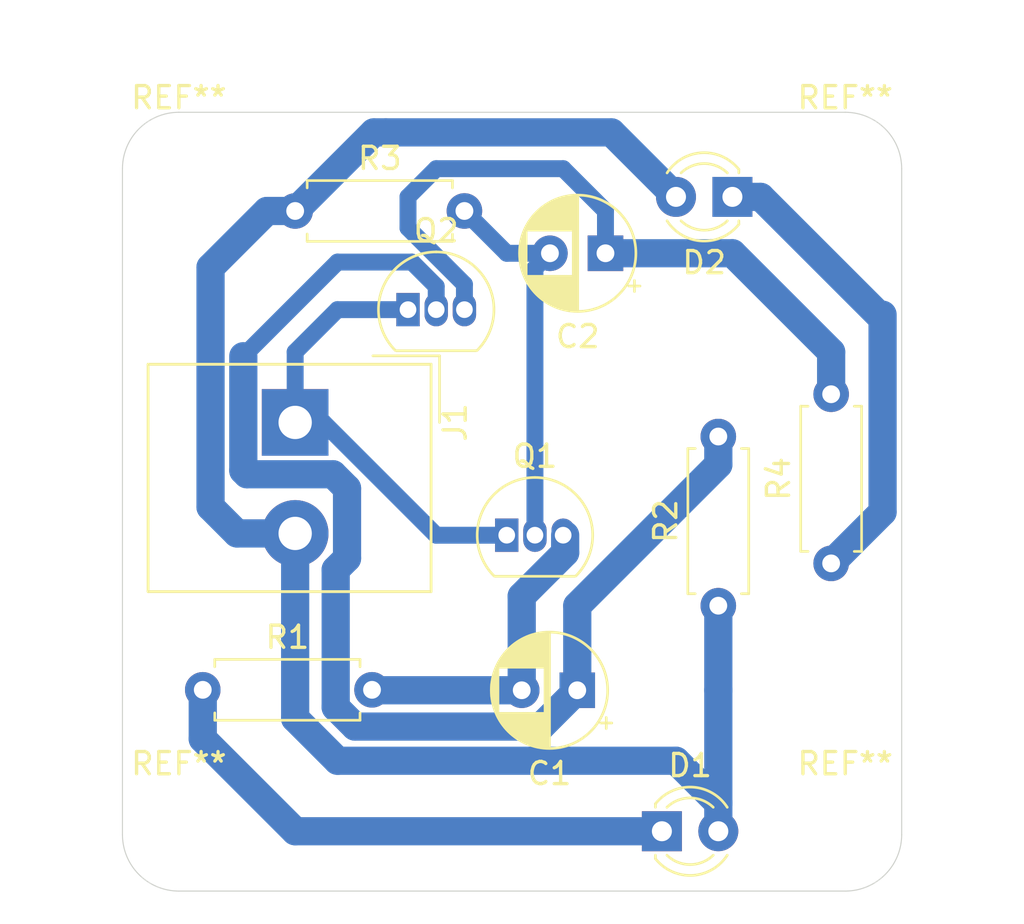
<source format=kicad_pcb>
(kicad_pcb (version 20171130) (host pcbnew "(5.1.8)-1")

  (general
    (thickness 1.8)
    (drawings 8)
    (tracks 66)
    (zones 0)
    (modules 15)
    (nets 9)
  )

  (page A4)
  (layers
    (0 F.Cu signal)
    (31 B.Cu signal)
    (32 B.Adhes user)
    (33 F.Adhes user)
    (34 B.Paste user)
    (35 F.Paste user)
    (36 B.SilkS user)
    (37 F.SilkS user)
    (38 B.Mask user)
    (39 F.Mask user)
    (40 Dwgs.User user)
    (41 Cmts.User user)
    (42 Eco1.User user)
    (43 Eco2.User user)
    (44 Edge.Cuts user)
    (45 Margin user)
    (46 B.CrtYd user)
    (47 F.CrtYd user)
    (48 B.Fab user)
    (49 F.Fab user)
  )

  (setup
    (last_trace_width 0.762)
    (user_trace_width 0.762)
    (user_trace_width 1.27)
    (trace_clearance 0.2)
    (zone_clearance 0.508)
    (zone_45_only no)
    (trace_min 0.2)
    (via_size 0.8)
    (via_drill 0.4)
    (via_min_size 0.4)
    (via_min_drill 0.3)
    (uvia_size 0.3)
    (uvia_drill 0.1)
    (uvias_allowed no)
    (uvia_min_size 0.2)
    (uvia_min_drill 0.1)
    (edge_width 0.05)
    (segment_width 0.2)
    (pcb_text_width 0.3)
    (pcb_text_size 1.5 1.5)
    (mod_edge_width 0.12)
    (mod_text_size 1 1)
    (mod_text_width 0.15)
    (pad_size 1.524 1.524)
    (pad_drill 0.762)
    (pad_to_mask_clearance 0)
    (aux_axis_origin 0 0)
    (grid_origin 124.615 75.565)
    (visible_elements 7FFFFFFF)
    (pcbplotparams
      (layerselection 0x010fc_ffffffff)
      (usegerberextensions true)
      (usegerberattributes true)
      (usegerberadvancedattributes true)
      (creategerberjobfile true)
      (excludeedgelayer true)
      (linewidth 0.100000)
      (plotframeref true)
      (viasonmask false)
      (mode 1)
      (useauxorigin false)
      (hpglpennumber 1)
      (hpglpenspeed 20)
      (hpglpendiameter 15.000000)
      (psnegative false)
      (psa4output false)
      (plotreference false)
      (plotvalue true)
      (plotinvisibletext false)
      (padsonsilk false)
      (subtractmaskfromsilk false)
      (outputformat 1)
      (mirror false)
      (drillshape 0)
      (scaleselection 1)
      (outputdirectory "Gerber_Files/"))
  )

  (net 0 "")
  (net 1 "Net-(C1-Pad1)")
  (net 2 "Net-(C1-Pad2)")
  (net 3 "Net-(C2-Pad2)")
  (net 4 "Net-(C2-Pad1)")
  (net 5 GND)
  (net 6 "Net-(D1-Pad2)")
  (net 7 "Net-(D1-Pad1)")
  (net 8 "Net-(D2-Pad1)")

  (net_class Default "This is the default net class."
    (clearance 0.2)
    (trace_width 0.25)
    (via_dia 0.8)
    (via_drill 0.4)
    (uvia_dia 0.3)
    (uvia_drill 0.1)
    (add_net GND)
    (add_net "Net-(C1-Pad1)")
    (add_net "Net-(C1-Pad2)")
    (add_net "Net-(C2-Pad1)")
    (add_net "Net-(C2-Pad2)")
    (add_net "Net-(D1-Pad1)")
    (add_net "Net-(D1-Pad2)")
    (add_net "Net-(D2-Pad1)")
  )

  (module LED_THT:LED_D3.0mm (layer F.Cu) (tedit 587A3A7B) (tstamp 60F541EB)
    (at 119.535 76.835 180)
    (descr "LED, diameter 3.0mm, 2 pins")
    (tags "LED diameter 3.0mm 2 pins")
    (path /60F645BB)
    (fp_text reference D2 (at 1.27 -2.96) (layer F.SilkS)
      (effects (font (size 1 1) (thickness 0.15)))
    )
    (fp_text value LED (at 1.27 2.96) (layer F.Fab)
      (effects (font (size 1 1) (thickness 0.15)))
    )
    (fp_line (start 3.7 -2.25) (end -1.15 -2.25) (layer F.CrtYd) (width 0.05))
    (fp_line (start 3.7 2.25) (end 3.7 -2.25) (layer F.CrtYd) (width 0.05))
    (fp_line (start -1.15 2.25) (end 3.7 2.25) (layer F.CrtYd) (width 0.05))
    (fp_line (start -1.15 -2.25) (end -1.15 2.25) (layer F.CrtYd) (width 0.05))
    (fp_line (start -0.29 1.08) (end -0.29 1.236) (layer F.SilkS) (width 0.12))
    (fp_line (start -0.29 -1.236) (end -0.29 -1.08) (layer F.SilkS) (width 0.12))
    (fp_line (start -0.23 -1.16619) (end -0.23 1.16619) (layer F.Fab) (width 0.1))
    (fp_circle (center 1.27 0) (end 2.77 0) (layer F.Fab) (width 0.1))
    (fp_arc (start 1.27 0) (end 0.229039 1.08) (angle -87.9) (layer F.SilkS) (width 0.12))
    (fp_arc (start 1.27 0) (end 0.229039 -1.08) (angle 87.9) (layer F.SilkS) (width 0.12))
    (fp_arc (start 1.27 0) (end -0.29 1.235516) (angle -108.8) (layer F.SilkS) (width 0.12))
    (fp_arc (start 1.27 0) (end -0.29 -1.235516) (angle 108.8) (layer F.SilkS) (width 0.12))
    (fp_arc (start 1.27 0) (end -0.23 -1.16619) (angle 284.3) (layer F.Fab) (width 0.1))
    (pad 2 thru_hole circle (at 2.54 0 180) (size 1.8 1.8) (drill 0.9) (layers *.Cu *.Mask)
      (net 6 "Net-(D1-Pad2)"))
    (pad 1 thru_hole rect (at 0 0 180) (size 1.8 1.8) (drill 0.9) (layers *.Cu *.Mask)
      (net 8 "Net-(D2-Pad1)"))
    (model ${KISYS3DMOD}/LED_THT.3dshapes/LED_D3.0mm.wrl
      (at (xyz 0 0 0))
      (scale (xyz 1 1 1))
      (rotate (xyz 0 0 0))
    )
  )

  (module LED_THT:LED_D3.0mm (layer F.Cu) (tedit 587A3A7B) (tstamp 60F541D8)
    (at 116.36 105.41)
    (descr "LED, diameter 3.0mm, 2 pins")
    (tags "LED diameter 3.0mm 2 pins")
    (path /60F64137)
    (fp_text reference D1 (at 1.27 -2.96) (layer F.SilkS)
      (effects (font (size 1 1) (thickness 0.15)))
    )
    (fp_text value LED (at 1.27 2.96) (layer F.Fab)
      (effects (font (size 1 1) (thickness 0.15)))
    )
    (fp_line (start 3.7 -2.25) (end -1.15 -2.25) (layer F.CrtYd) (width 0.05))
    (fp_line (start 3.7 2.25) (end 3.7 -2.25) (layer F.CrtYd) (width 0.05))
    (fp_line (start -1.15 2.25) (end 3.7 2.25) (layer F.CrtYd) (width 0.05))
    (fp_line (start -1.15 -2.25) (end -1.15 2.25) (layer F.CrtYd) (width 0.05))
    (fp_line (start -0.29 1.08) (end -0.29 1.236) (layer F.SilkS) (width 0.12))
    (fp_line (start -0.29 -1.236) (end -0.29 -1.08) (layer F.SilkS) (width 0.12))
    (fp_line (start -0.23 -1.16619) (end -0.23 1.16619) (layer F.Fab) (width 0.1))
    (fp_circle (center 1.27 0) (end 2.77 0) (layer F.Fab) (width 0.1))
    (fp_arc (start 1.27 0) (end 0.229039 1.08) (angle -87.9) (layer F.SilkS) (width 0.12))
    (fp_arc (start 1.27 0) (end 0.229039 -1.08) (angle 87.9) (layer F.SilkS) (width 0.12))
    (fp_arc (start 1.27 0) (end -0.29 1.235516) (angle -108.8) (layer F.SilkS) (width 0.12))
    (fp_arc (start 1.27 0) (end -0.29 -1.235516) (angle 108.8) (layer F.SilkS) (width 0.12))
    (fp_arc (start 1.27 0) (end -0.23 -1.16619) (angle 284.3) (layer F.Fab) (width 0.1))
    (pad 2 thru_hole circle (at 2.54 0) (size 1.8 1.8) (drill 0.9) (layers *.Cu *.Mask)
      (net 6 "Net-(D1-Pad2)"))
    (pad 1 thru_hole rect (at 0 0) (size 1.8 1.8) (drill 0.9) (layers *.Cu *.Mask)
      (net 7 "Net-(D1-Pad1)"))
    (model ${KISYS3DMOD}/LED_THT.3dshapes/LED_D3.0mm.wrl
      (at (xyz 0 0 0))
      (scale (xyz 1 1 1))
      (rotate (xyz 0 0 0))
    )
  )

  (module MountingHole:MountingHole_2.1mm locked (layer F.Cu) (tedit 5B924765) (tstamp 60F529A5)
    (at 124.615 105.565)
    (descr "Mounting Hole 2.1mm, no annular")
    (tags "mounting hole 2.1mm no annular")
    (attr virtual)
    (fp_text reference REF** (at 0 -3.2) (layer F.SilkS)
      (effects (font (size 1 1) (thickness 0.15)))
    )
    (fp_text value MountingHole_2.1mm (at 0 3.2) (layer F.Fab)
      (effects (font (size 1 1) (thickness 0.15)))
    )
    (fp_circle (center 0 0) (end 2.35 0) (layer F.CrtYd) (width 0.05))
    (fp_circle (center 0 0) (end 2.1 0) (layer Cmts.User) (width 0.15))
    (fp_text user %R (at 0.3 0) (layer F.Fab)
      (effects (font (size 1 1) (thickness 0.15)))
    )
    (pad "" np_thru_hole circle (at 0 0) (size 2.1 2.1) (drill 2.1) (layers *.Cu *.Mask))
  )

  (module MountingHole:MountingHole_2.1mm locked (layer F.Cu) (tedit 5B924765) (tstamp 60F52981)
    (at 94.615 105.565)
    (descr "Mounting Hole 2.1mm, no annular")
    (tags "mounting hole 2.1mm no annular")
    (attr virtual)
    (fp_text reference REF** (at 0 -3.2) (layer F.SilkS)
      (effects (font (size 1 1) (thickness 0.15)))
    )
    (fp_text value MountingHole_2.1mm (at 0 3.2) (layer F.Fab)
      (effects (font (size 1 1) (thickness 0.15)))
    )
    (fp_circle (center 0 0) (end 2.35 0) (layer F.CrtYd) (width 0.05))
    (fp_circle (center 0 0) (end 2.1 0) (layer Cmts.User) (width 0.15))
    (fp_text user %R (at 0.3 0) (layer F.Fab)
      (effects (font (size 1 1) (thickness 0.15)))
    )
    (pad "" np_thru_hole circle (at 0 0) (size 2.1 2.1) (drill 2.1) (layers *.Cu *.Mask))
  )

  (module MountingHole:MountingHole_2.1mm locked (layer F.Cu) (tedit 5B924765) (tstamp 60F5295D)
    (at 124.615 75.565)
    (descr "Mounting Hole 2.1mm, no annular")
    (tags "mounting hole 2.1mm no annular")
    (attr virtual)
    (fp_text reference REF** (at 0 -3.2) (layer F.SilkS)
      (effects (font (size 1 1) (thickness 0.15)))
    )
    (fp_text value MountingHole_2.1mm (at 0 3.2) (layer F.Fab)
      (effects (font (size 1 1) (thickness 0.15)))
    )
    (fp_circle (center 0 0) (end 2.35 0) (layer F.CrtYd) (width 0.05))
    (fp_circle (center 0 0) (end 2.1 0) (layer Cmts.User) (width 0.15))
    (fp_text user %R (at 0.3 0) (layer F.Fab)
      (effects (font (size 1 1) (thickness 0.15)))
    )
    (pad "" np_thru_hole circle (at 0 0) (size 2.1 2.1) (drill 2.1) (layers *.Cu *.Mask))
  )

  (module MountingHole:MountingHole_2.1mm locked (layer F.Cu) (tedit 5B924765) (tstamp 60F52939)
    (at 94.615 75.565)
    (descr "Mounting Hole 2.1mm, no annular")
    (tags "mounting hole 2.1mm no annular")
    (attr virtual)
    (fp_text reference REF** (at 0 -3.2) (layer F.SilkS)
      (effects (font (size 1 1) (thickness 0.15)))
    )
    (fp_text value MountingHole_2.1mm (at 0 3.2) (layer F.Fab)
      (effects (font (size 1 1) (thickness 0.15)))
    )
    (fp_circle (center 0 0) (end 2.35 0) (layer F.CrtYd) (width 0.05))
    (fp_circle (center 0 0) (end 2.1 0) (layer Cmts.User) (width 0.15))
    (fp_text user %R (at 0.3 0) (layer F.Fab)
      (effects (font (size 1 1) (thickness 0.15)))
    )
    (pad "" np_thru_hole circle (at 0 0) (size 2.1 2.1) (drill 2.1) (layers *.Cu *.Mask))
  )

  (module Capacitor_THT:CP_Radial_D5.0mm_P2.50mm (layer F.Cu) (tedit 5AE50EF0) (tstamp 60F52D5B)
    (at 112.55 99.06 180)
    (descr "CP, Radial series, Radial, pin pitch=2.50mm, , diameter=5mm, Electrolytic Capacitor")
    (tags "CP Radial series Radial pin pitch 2.50mm  diameter 5mm Electrolytic Capacitor")
    (path /60F54F7B)
    (fp_text reference C1 (at 1.25 -3.75) (layer F.SilkS)
      (effects (font (size 1 1) (thickness 0.15)))
    )
    (fp_text value 22u (at 1.25 3.75) (layer F.Fab)
      (effects (font (size 1 1) (thickness 0.15)))
    )
    (fp_circle (center 1.25 0) (end 3.75 0) (layer F.Fab) (width 0.1))
    (fp_circle (center 1.25 0) (end 3.87 0) (layer F.SilkS) (width 0.12))
    (fp_circle (center 1.25 0) (end 4 0) (layer F.CrtYd) (width 0.05))
    (fp_line (start -0.883605 -1.0875) (end -0.383605 -1.0875) (layer F.Fab) (width 0.1))
    (fp_line (start -0.633605 -1.3375) (end -0.633605 -0.8375) (layer F.Fab) (width 0.1))
    (fp_line (start 1.25 -2.58) (end 1.25 2.58) (layer F.SilkS) (width 0.12))
    (fp_line (start 1.29 -2.58) (end 1.29 2.58) (layer F.SilkS) (width 0.12))
    (fp_line (start 1.33 -2.579) (end 1.33 2.579) (layer F.SilkS) (width 0.12))
    (fp_line (start 1.37 -2.578) (end 1.37 2.578) (layer F.SilkS) (width 0.12))
    (fp_line (start 1.41 -2.576) (end 1.41 2.576) (layer F.SilkS) (width 0.12))
    (fp_line (start 1.45 -2.573) (end 1.45 2.573) (layer F.SilkS) (width 0.12))
    (fp_line (start 1.49 -2.569) (end 1.49 -1.04) (layer F.SilkS) (width 0.12))
    (fp_line (start 1.49 1.04) (end 1.49 2.569) (layer F.SilkS) (width 0.12))
    (fp_line (start 1.53 -2.565) (end 1.53 -1.04) (layer F.SilkS) (width 0.12))
    (fp_line (start 1.53 1.04) (end 1.53 2.565) (layer F.SilkS) (width 0.12))
    (fp_line (start 1.57 -2.561) (end 1.57 -1.04) (layer F.SilkS) (width 0.12))
    (fp_line (start 1.57 1.04) (end 1.57 2.561) (layer F.SilkS) (width 0.12))
    (fp_line (start 1.61 -2.556) (end 1.61 -1.04) (layer F.SilkS) (width 0.12))
    (fp_line (start 1.61 1.04) (end 1.61 2.556) (layer F.SilkS) (width 0.12))
    (fp_line (start 1.65 -2.55) (end 1.65 -1.04) (layer F.SilkS) (width 0.12))
    (fp_line (start 1.65 1.04) (end 1.65 2.55) (layer F.SilkS) (width 0.12))
    (fp_line (start 1.69 -2.543) (end 1.69 -1.04) (layer F.SilkS) (width 0.12))
    (fp_line (start 1.69 1.04) (end 1.69 2.543) (layer F.SilkS) (width 0.12))
    (fp_line (start 1.73 -2.536) (end 1.73 -1.04) (layer F.SilkS) (width 0.12))
    (fp_line (start 1.73 1.04) (end 1.73 2.536) (layer F.SilkS) (width 0.12))
    (fp_line (start 1.77 -2.528) (end 1.77 -1.04) (layer F.SilkS) (width 0.12))
    (fp_line (start 1.77 1.04) (end 1.77 2.528) (layer F.SilkS) (width 0.12))
    (fp_line (start 1.81 -2.52) (end 1.81 -1.04) (layer F.SilkS) (width 0.12))
    (fp_line (start 1.81 1.04) (end 1.81 2.52) (layer F.SilkS) (width 0.12))
    (fp_line (start 1.85 -2.511) (end 1.85 -1.04) (layer F.SilkS) (width 0.12))
    (fp_line (start 1.85 1.04) (end 1.85 2.511) (layer F.SilkS) (width 0.12))
    (fp_line (start 1.89 -2.501) (end 1.89 -1.04) (layer F.SilkS) (width 0.12))
    (fp_line (start 1.89 1.04) (end 1.89 2.501) (layer F.SilkS) (width 0.12))
    (fp_line (start 1.93 -2.491) (end 1.93 -1.04) (layer F.SilkS) (width 0.12))
    (fp_line (start 1.93 1.04) (end 1.93 2.491) (layer F.SilkS) (width 0.12))
    (fp_line (start 1.971 -2.48) (end 1.971 -1.04) (layer F.SilkS) (width 0.12))
    (fp_line (start 1.971 1.04) (end 1.971 2.48) (layer F.SilkS) (width 0.12))
    (fp_line (start 2.011 -2.468) (end 2.011 -1.04) (layer F.SilkS) (width 0.12))
    (fp_line (start 2.011 1.04) (end 2.011 2.468) (layer F.SilkS) (width 0.12))
    (fp_line (start 2.051 -2.455) (end 2.051 -1.04) (layer F.SilkS) (width 0.12))
    (fp_line (start 2.051 1.04) (end 2.051 2.455) (layer F.SilkS) (width 0.12))
    (fp_line (start 2.091 -2.442) (end 2.091 -1.04) (layer F.SilkS) (width 0.12))
    (fp_line (start 2.091 1.04) (end 2.091 2.442) (layer F.SilkS) (width 0.12))
    (fp_line (start 2.131 -2.428) (end 2.131 -1.04) (layer F.SilkS) (width 0.12))
    (fp_line (start 2.131 1.04) (end 2.131 2.428) (layer F.SilkS) (width 0.12))
    (fp_line (start 2.171 -2.414) (end 2.171 -1.04) (layer F.SilkS) (width 0.12))
    (fp_line (start 2.171 1.04) (end 2.171 2.414) (layer F.SilkS) (width 0.12))
    (fp_line (start 2.211 -2.398) (end 2.211 -1.04) (layer F.SilkS) (width 0.12))
    (fp_line (start 2.211 1.04) (end 2.211 2.398) (layer F.SilkS) (width 0.12))
    (fp_line (start 2.251 -2.382) (end 2.251 -1.04) (layer F.SilkS) (width 0.12))
    (fp_line (start 2.251 1.04) (end 2.251 2.382) (layer F.SilkS) (width 0.12))
    (fp_line (start 2.291 -2.365) (end 2.291 -1.04) (layer F.SilkS) (width 0.12))
    (fp_line (start 2.291 1.04) (end 2.291 2.365) (layer F.SilkS) (width 0.12))
    (fp_line (start 2.331 -2.348) (end 2.331 -1.04) (layer F.SilkS) (width 0.12))
    (fp_line (start 2.331 1.04) (end 2.331 2.348) (layer F.SilkS) (width 0.12))
    (fp_line (start 2.371 -2.329) (end 2.371 -1.04) (layer F.SilkS) (width 0.12))
    (fp_line (start 2.371 1.04) (end 2.371 2.329) (layer F.SilkS) (width 0.12))
    (fp_line (start 2.411 -2.31) (end 2.411 -1.04) (layer F.SilkS) (width 0.12))
    (fp_line (start 2.411 1.04) (end 2.411 2.31) (layer F.SilkS) (width 0.12))
    (fp_line (start 2.451 -2.29) (end 2.451 -1.04) (layer F.SilkS) (width 0.12))
    (fp_line (start 2.451 1.04) (end 2.451 2.29) (layer F.SilkS) (width 0.12))
    (fp_line (start 2.491 -2.268) (end 2.491 -1.04) (layer F.SilkS) (width 0.12))
    (fp_line (start 2.491 1.04) (end 2.491 2.268) (layer F.SilkS) (width 0.12))
    (fp_line (start 2.531 -2.247) (end 2.531 -1.04) (layer F.SilkS) (width 0.12))
    (fp_line (start 2.531 1.04) (end 2.531 2.247) (layer F.SilkS) (width 0.12))
    (fp_line (start 2.571 -2.224) (end 2.571 -1.04) (layer F.SilkS) (width 0.12))
    (fp_line (start 2.571 1.04) (end 2.571 2.224) (layer F.SilkS) (width 0.12))
    (fp_line (start 2.611 -2.2) (end 2.611 -1.04) (layer F.SilkS) (width 0.12))
    (fp_line (start 2.611 1.04) (end 2.611 2.2) (layer F.SilkS) (width 0.12))
    (fp_line (start 2.651 -2.175) (end 2.651 -1.04) (layer F.SilkS) (width 0.12))
    (fp_line (start 2.651 1.04) (end 2.651 2.175) (layer F.SilkS) (width 0.12))
    (fp_line (start 2.691 -2.149) (end 2.691 -1.04) (layer F.SilkS) (width 0.12))
    (fp_line (start 2.691 1.04) (end 2.691 2.149) (layer F.SilkS) (width 0.12))
    (fp_line (start 2.731 -2.122) (end 2.731 -1.04) (layer F.SilkS) (width 0.12))
    (fp_line (start 2.731 1.04) (end 2.731 2.122) (layer F.SilkS) (width 0.12))
    (fp_line (start 2.771 -2.095) (end 2.771 -1.04) (layer F.SilkS) (width 0.12))
    (fp_line (start 2.771 1.04) (end 2.771 2.095) (layer F.SilkS) (width 0.12))
    (fp_line (start 2.811 -2.065) (end 2.811 -1.04) (layer F.SilkS) (width 0.12))
    (fp_line (start 2.811 1.04) (end 2.811 2.065) (layer F.SilkS) (width 0.12))
    (fp_line (start 2.851 -2.035) (end 2.851 -1.04) (layer F.SilkS) (width 0.12))
    (fp_line (start 2.851 1.04) (end 2.851 2.035) (layer F.SilkS) (width 0.12))
    (fp_line (start 2.891 -2.004) (end 2.891 -1.04) (layer F.SilkS) (width 0.12))
    (fp_line (start 2.891 1.04) (end 2.891 2.004) (layer F.SilkS) (width 0.12))
    (fp_line (start 2.931 -1.971) (end 2.931 -1.04) (layer F.SilkS) (width 0.12))
    (fp_line (start 2.931 1.04) (end 2.931 1.971) (layer F.SilkS) (width 0.12))
    (fp_line (start 2.971 -1.937) (end 2.971 -1.04) (layer F.SilkS) (width 0.12))
    (fp_line (start 2.971 1.04) (end 2.971 1.937) (layer F.SilkS) (width 0.12))
    (fp_line (start 3.011 -1.901) (end 3.011 -1.04) (layer F.SilkS) (width 0.12))
    (fp_line (start 3.011 1.04) (end 3.011 1.901) (layer F.SilkS) (width 0.12))
    (fp_line (start 3.051 -1.864) (end 3.051 -1.04) (layer F.SilkS) (width 0.12))
    (fp_line (start 3.051 1.04) (end 3.051 1.864) (layer F.SilkS) (width 0.12))
    (fp_line (start 3.091 -1.826) (end 3.091 -1.04) (layer F.SilkS) (width 0.12))
    (fp_line (start 3.091 1.04) (end 3.091 1.826) (layer F.SilkS) (width 0.12))
    (fp_line (start 3.131 -1.785) (end 3.131 -1.04) (layer F.SilkS) (width 0.12))
    (fp_line (start 3.131 1.04) (end 3.131 1.785) (layer F.SilkS) (width 0.12))
    (fp_line (start 3.171 -1.743) (end 3.171 -1.04) (layer F.SilkS) (width 0.12))
    (fp_line (start 3.171 1.04) (end 3.171 1.743) (layer F.SilkS) (width 0.12))
    (fp_line (start 3.211 -1.699) (end 3.211 -1.04) (layer F.SilkS) (width 0.12))
    (fp_line (start 3.211 1.04) (end 3.211 1.699) (layer F.SilkS) (width 0.12))
    (fp_line (start 3.251 -1.653) (end 3.251 -1.04) (layer F.SilkS) (width 0.12))
    (fp_line (start 3.251 1.04) (end 3.251 1.653) (layer F.SilkS) (width 0.12))
    (fp_line (start 3.291 -1.605) (end 3.291 -1.04) (layer F.SilkS) (width 0.12))
    (fp_line (start 3.291 1.04) (end 3.291 1.605) (layer F.SilkS) (width 0.12))
    (fp_line (start 3.331 -1.554) (end 3.331 -1.04) (layer F.SilkS) (width 0.12))
    (fp_line (start 3.331 1.04) (end 3.331 1.554) (layer F.SilkS) (width 0.12))
    (fp_line (start 3.371 -1.5) (end 3.371 -1.04) (layer F.SilkS) (width 0.12))
    (fp_line (start 3.371 1.04) (end 3.371 1.5) (layer F.SilkS) (width 0.12))
    (fp_line (start 3.411 -1.443) (end 3.411 -1.04) (layer F.SilkS) (width 0.12))
    (fp_line (start 3.411 1.04) (end 3.411 1.443) (layer F.SilkS) (width 0.12))
    (fp_line (start 3.451 -1.383) (end 3.451 -1.04) (layer F.SilkS) (width 0.12))
    (fp_line (start 3.451 1.04) (end 3.451 1.383) (layer F.SilkS) (width 0.12))
    (fp_line (start 3.491 -1.319) (end 3.491 -1.04) (layer F.SilkS) (width 0.12))
    (fp_line (start 3.491 1.04) (end 3.491 1.319) (layer F.SilkS) (width 0.12))
    (fp_line (start 3.531 -1.251) (end 3.531 -1.04) (layer F.SilkS) (width 0.12))
    (fp_line (start 3.531 1.04) (end 3.531 1.251) (layer F.SilkS) (width 0.12))
    (fp_line (start 3.571 -1.178) (end 3.571 1.178) (layer F.SilkS) (width 0.12))
    (fp_line (start 3.611 -1.098) (end 3.611 1.098) (layer F.SilkS) (width 0.12))
    (fp_line (start 3.651 -1.011) (end 3.651 1.011) (layer F.SilkS) (width 0.12))
    (fp_line (start 3.691 -0.915) (end 3.691 0.915) (layer F.SilkS) (width 0.12))
    (fp_line (start 3.731 -0.805) (end 3.731 0.805) (layer F.SilkS) (width 0.12))
    (fp_line (start 3.771 -0.677) (end 3.771 0.677) (layer F.SilkS) (width 0.12))
    (fp_line (start 3.811 -0.518) (end 3.811 0.518) (layer F.SilkS) (width 0.12))
    (fp_line (start 3.851 -0.284) (end 3.851 0.284) (layer F.SilkS) (width 0.12))
    (fp_line (start -1.554775 -1.475) (end -1.054775 -1.475) (layer F.SilkS) (width 0.12))
    (fp_line (start -1.304775 -1.725) (end -1.304775 -1.225) (layer F.SilkS) (width 0.12))
    (fp_text user %R (at 1.25 0) (layer F.Fab)
      (effects (font (size 1 1) (thickness 0.15)))
    )
    (pad 1 thru_hole rect (at 0 0 180) (size 1.6 1.6) (drill 0.8) (layers *.Cu *.Mask)
      (net 1 "Net-(C1-Pad1)"))
    (pad 2 thru_hole circle (at 2.5 0 180) (size 1.6 1.6) (drill 0.8) (layers *.Cu *.Mask)
      (net 2 "Net-(C1-Pad2)"))
    (model ${KISYS3DMOD}/Capacitor_THT.3dshapes/CP_Radial_D5.0mm_P2.50mm.wrl
      (at (xyz 0 0 0))
      (scale (xyz 1 1 1))
      (rotate (xyz 0 0 0))
    )
  )

  (module Capacitor_THT:CP_Radial_D5.0mm_P2.50mm (layer F.Cu) (tedit 5AE50EF0) (tstamp 60F52DDF)
    (at 113.82 79.375 180)
    (descr "CP, Radial series, Radial, pin pitch=2.50mm, , diameter=5mm, Electrolytic Capacitor")
    (tags "CP Radial series Radial pin pitch 2.50mm  diameter 5mm Electrolytic Capacitor")
    (path /60F55608)
    (fp_text reference C2 (at 1.25 -3.75) (layer F.SilkS)
      (effects (font (size 1 1) (thickness 0.15)))
    )
    (fp_text value 22u (at 1.25 3.75) (layer F.Fab)
      (effects (font (size 1 1) (thickness 0.15)))
    )
    (fp_line (start -1.304775 -1.725) (end -1.304775 -1.225) (layer F.SilkS) (width 0.12))
    (fp_line (start -1.554775 -1.475) (end -1.054775 -1.475) (layer F.SilkS) (width 0.12))
    (fp_line (start 3.851 -0.284) (end 3.851 0.284) (layer F.SilkS) (width 0.12))
    (fp_line (start 3.811 -0.518) (end 3.811 0.518) (layer F.SilkS) (width 0.12))
    (fp_line (start 3.771 -0.677) (end 3.771 0.677) (layer F.SilkS) (width 0.12))
    (fp_line (start 3.731 -0.805) (end 3.731 0.805) (layer F.SilkS) (width 0.12))
    (fp_line (start 3.691 -0.915) (end 3.691 0.915) (layer F.SilkS) (width 0.12))
    (fp_line (start 3.651 -1.011) (end 3.651 1.011) (layer F.SilkS) (width 0.12))
    (fp_line (start 3.611 -1.098) (end 3.611 1.098) (layer F.SilkS) (width 0.12))
    (fp_line (start 3.571 -1.178) (end 3.571 1.178) (layer F.SilkS) (width 0.12))
    (fp_line (start 3.531 1.04) (end 3.531 1.251) (layer F.SilkS) (width 0.12))
    (fp_line (start 3.531 -1.251) (end 3.531 -1.04) (layer F.SilkS) (width 0.12))
    (fp_line (start 3.491 1.04) (end 3.491 1.319) (layer F.SilkS) (width 0.12))
    (fp_line (start 3.491 -1.319) (end 3.491 -1.04) (layer F.SilkS) (width 0.12))
    (fp_line (start 3.451 1.04) (end 3.451 1.383) (layer F.SilkS) (width 0.12))
    (fp_line (start 3.451 -1.383) (end 3.451 -1.04) (layer F.SilkS) (width 0.12))
    (fp_line (start 3.411 1.04) (end 3.411 1.443) (layer F.SilkS) (width 0.12))
    (fp_line (start 3.411 -1.443) (end 3.411 -1.04) (layer F.SilkS) (width 0.12))
    (fp_line (start 3.371 1.04) (end 3.371 1.5) (layer F.SilkS) (width 0.12))
    (fp_line (start 3.371 -1.5) (end 3.371 -1.04) (layer F.SilkS) (width 0.12))
    (fp_line (start 3.331 1.04) (end 3.331 1.554) (layer F.SilkS) (width 0.12))
    (fp_line (start 3.331 -1.554) (end 3.331 -1.04) (layer F.SilkS) (width 0.12))
    (fp_line (start 3.291 1.04) (end 3.291 1.605) (layer F.SilkS) (width 0.12))
    (fp_line (start 3.291 -1.605) (end 3.291 -1.04) (layer F.SilkS) (width 0.12))
    (fp_line (start 3.251 1.04) (end 3.251 1.653) (layer F.SilkS) (width 0.12))
    (fp_line (start 3.251 -1.653) (end 3.251 -1.04) (layer F.SilkS) (width 0.12))
    (fp_line (start 3.211 1.04) (end 3.211 1.699) (layer F.SilkS) (width 0.12))
    (fp_line (start 3.211 -1.699) (end 3.211 -1.04) (layer F.SilkS) (width 0.12))
    (fp_line (start 3.171 1.04) (end 3.171 1.743) (layer F.SilkS) (width 0.12))
    (fp_line (start 3.171 -1.743) (end 3.171 -1.04) (layer F.SilkS) (width 0.12))
    (fp_line (start 3.131 1.04) (end 3.131 1.785) (layer F.SilkS) (width 0.12))
    (fp_line (start 3.131 -1.785) (end 3.131 -1.04) (layer F.SilkS) (width 0.12))
    (fp_line (start 3.091 1.04) (end 3.091 1.826) (layer F.SilkS) (width 0.12))
    (fp_line (start 3.091 -1.826) (end 3.091 -1.04) (layer F.SilkS) (width 0.12))
    (fp_line (start 3.051 1.04) (end 3.051 1.864) (layer F.SilkS) (width 0.12))
    (fp_line (start 3.051 -1.864) (end 3.051 -1.04) (layer F.SilkS) (width 0.12))
    (fp_line (start 3.011 1.04) (end 3.011 1.901) (layer F.SilkS) (width 0.12))
    (fp_line (start 3.011 -1.901) (end 3.011 -1.04) (layer F.SilkS) (width 0.12))
    (fp_line (start 2.971 1.04) (end 2.971 1.937) (layer F.SilkS) (width 0.12))
    (fp_line (start 2.971 -1.937) (end 2.971 -1.04) (layer F.SilkS) (width 0.12))
    (fp_line (start 2.931 1.04) (end 2.931 1.971) (layer F.SilkS) (width 0.12))
    (fp_line (start 2.931 -1.971) (end 2.931 -1.04) (layer F.SilkS) (width 0.12))
    (fp_line (start 2.891 1.04) (end 2.891 2.004) (layer F.SilkS) (width 0.12))
    (fp_line (start 2.891 -2.004) (end 2.891 -1.04) (layer F.SilkS) (width 0.12))
    (fp_line (start 2.851 1.04) (end 2.851 2.035) (layer F.SilkS) (width 0.12))
    (fp_line (start 2.851 -2.035) (end 2.851 -1.04) (layer F.SilkS) (width 0.12))
    (fp_line (start 2.811 1.04) (end 2.811 2.065) (layer F.SilkS) (width 0.12))
    (fp_line (start 2.811 -2.065) (end 2.811 -1.04) (layer F.SilkS) (width 0.12))
    (fp_line (start 2.771 1.04) (end 2.771 2.095) (layer F.SilkS) (width 0.12))
    (fp_line (start 2.771 -2.095) (end 2.771 -1.04) (layer F.SilkS) (width 0.12))
    (fp_line (start 2.731 1.04) (end 2.731 2.122) (layer F.SilkS) (width 0.12))
    (fp_line (start 2.731 -2.122) (end 2.731 -1.04) (layer F.SilkS) (width 0.12))
    (fp_line (start 2.691 1.04) (end 2.691 2.149) (layer F.SilkS) (width 0.12))
    (fp_line (start 2.691 -2.149) (end 2.691 -1.04) (layer F.SilkS) (width 0.12))
    (fp_line (start 2.651 1.04) (end 2.651 2.175) (layer F.SilkS) (width 0.12))
    (fp_line (start 2.651 -2.175) (end 2.651 -1.04) (layer F.SilkS) (width 0.12))
    (fp_line (start 2.611 1.04) (end 2.611 2.2) (layer F.SilkS) (width 0.12))
    (fp_line (start 2.611 -2.2) (end 2.611 -1.04) (layer F.SilkS) (width 0.12))
    (fp_line (start 2.571 1.04) (end 2.571 2.224) (layer F.SilkS) (width 0.12))
    (fp_line (start 2.571 -2.224) (end 2.571 -1.04) (layer F.SilkS) (width 0.12))
    (fp_line (start 2.531 1.04) (end 2.531 2.247) (layer F.SilkS) (width 0.12))
    (fp_line (start 2.531 -2.247) (end 2.531 -1.04) (layer F.SilkS) (width 0.12))
    (fp_line (start 2.491 1.04) (end 2.491 2.268) (layer F.SilkS) (width 0.12))
    (fp_line (start 2.491 -2.268) (end 2.491 -1.04) (layer F.SilkS) (width 0.12))
    (fp_line (start 2.451 1.04) (end 2.451 2.29) (layer F.SilkS) (width 0.12))
    (fp_line (start 2.451 -2.29) (end 2.451 -1.04) (layer F.SilkS) (width 0.12))
    (fp_line (start 2.411 1.04) (end 2.411 2.31) (layer F.SilkS) (width 0.12))
    (fp_line (start 2.411 -2.31) (end 2.411 -1.04) (layer F.SilkS) (width 0.12))
    (fp_line (start 2.371 1.04) (end 2.371 2.329) (layer F.SilkS) (width 0.12))
    (fp_line (start 2.371 -2.329) (end 2.371 -1.04) (layer F.SilkS) (width 0.12))
    (fp_line (start 2.331 1.04) (end 2.331 2.348) (layer F.SilkS) (width 0.12))
    (fp_line (start 2.331 -2.348) (end 2.331 -1.04) (layer F.SilkS) (width 0.12))
    (fp_line (start 2.291 1.04) (end 2.291 2.365) (layer F.SilkS) (width 0.12))
    (fp_line (start 2.291 -2.365) (end 2.291 -1.04) (layer F.SilkS) (width 0.12))
    (fp_line (start 2.251 1.04) (end 2.251 2.382) (layer F.SilkS) (width 0.12))
    (fp_line (start 2.251 -2.382) (end 2.251 -1.04) (layer F.SilkS) (width 0.12))
    (fp_line (start 2.211 1.04) (end 2.211 2.398) (layer F.SilkS) (width 0.12))
    (fp_line (start 2.211 -2.398) (end 2.211 -1.04) (layer F.SilkS) (width 0.12))
    (fp_line (start 2.171 1.04) (end 2.171 2.414) (layer F.SilkS) (width 0.12))
    (fp_line (start 2.171 -2.414) (end 2.171 -1.04) (layer F.SilkS) (width 0.12))
    (fp_line (start 2.131 1.04) (end 2.131 2.428) (layer F.SilkS) (width 0.12))
    (fp_line (start 2.131 -2.428) (end 2.131 -1.04) (layer F.SilkS) (width 0.12))
    (fp_line (start 2.091 1.04) (end 2.091 2.442) (layer F.SilkS) (width 0.12))
    (fp_line (start 2.091 -2.442) (end 2.091 -1.04) (layer F.SilkS) (width 0.12))
    (fp_line (start 2.051 1.04) (end 2.051 2.455) (layer F.SilkS) (width 0.12))
    (fp_line (start 2.051 -2.455) (end 2.051 -1.04) (layer F.SilkS) (width 0.12))
    (fp_line (start 2.011 1.04) (end 2.011 2.468) (layer F.SilkS) (width 0.12))
    (fp_line (start 2.011 -2.468) (end 2.011 -1.04) (layer F.SilkS) (width 0.12))
    (fp_line (start 1.971 1.04) (end 1.971 2.48) (layer F.SilkS) (width 0.12))
    (fp_line (start 1.971 -2.48) (end 1.971 -1.04) (layer F.SilkS) (width 0.12))
    (fp_line (start 1.93 1.04) (end 1.93 2.491) (layer F.SilkS) (width 0.12))
    (fp_line (start 1.93 -2.491) (end 1.93 -1.04) (layer F.SilkS) (width 0.12))
    (fp_line (start 1.89 1.04) (end 1.89 2.501) (layer F.SilkS) (width 0.12))
    (fp_line (start 1.89 -2.501) (end 1.89 -1.04) (layer F.SilkS) (width 0.12))
    (fp_line (start 1.85 1.04) (end 1.85 2.511) (layer F.SilkS) (width 0.12))
    (fp_line (start 1.85 -2.511) (end 1.85 -1.04) (layer F.SilkS) (width 0.12))
    (fp_line (start 1.81 1.04) (end 1.81 2.52) (layer F.SilkS) (width 0.12))
    (fp_line (start 1.81 -2.52) (end 1.81 -1.04) (layer F.SilkS) (width 0.12))
    (fp_line (start 1.77 1.04) (end 1.77 2.528) (layer F.SilkS) (width 0.12))
    (fp_line (start 1.77 -2.528) (end 1.77 -1.04) (layer F.SilkS) (width 0.12))
    (fp_line (start 1.73 1.04) (end 1.73 2.536) (layer F.SilkS) (width 0.12))
    (fp_line (start 1.73 -2.536) (end 1.73 -1.04) (layer F.SilkS) (width 0.12))
    (fp_line (start 1.69 1.04) (end 1.69 2.543) (layer F.SilkS) (width 0.12))
    (fp_line (start 1.69 -2.543) (end 1.69 -1.04) (layer F.SilkS) (width 0.12))
    (fp_line (start 1.65 1.04) (end 1.65 2.55) (layer F.SilkS) (width 0.12))
    (fp_line (start 1.65 -2.55) (end 1.65 -1.04) (layer F.SilkS) (width 0.12))
    (fp_line (start 1.61 1.04) (end 1.61 2.556) (layer F.SilkS) (width 0.12))
    (fp_line (start 1.61 -2.556) (end 1.61 -1.04) (layer F.SilkS) (width 0.12))
    (fp_line (start 1.57 1.04) (end 1.57 2.561) (layer F.SilkS) (width 0.12))
    (fp_line (start 1.57 -2.561) (end 1.57 -1.04) (layer F.SilkS) (width 0.12))
    (fp_line (start 1.53 1.04) (end 1.53 2.565) (layer F.SilkS) (width 0.12))
    (fp_line (start 1.53 -2.565) (end 1.53 -1.04) (layer F.SilkS) (width 0.12))
    (fp_line (start 1.49 1.04) (end 1.49 2.569) (layer F.SilkS) (width 0.12))
    (fp_line (start 1.49 -2.569) (end 1.49 -1.04) (layer F.SilkS) (width 0.12))
    (fp_line (start 1.45 -2.573) (end 1.45 2.573) (layer F.SilkS) (width 0.12))
    (fp_line (start 1.41 -2.576) (end 1.41 2.576) (layer F.SilkS) (width 0.12))
    (fp_line (start 1.37 -2.578) (end 1.37 2.578) (layer F.SilkS) (width 0.12))
    (fp_line (start 1.33 -2.579) (end 1.33 2.579) (layer F.SilkS) (width 0.12))
    (fp_line (start 1.29 -2.58) (end 1.29 2.58) (layer F.SilkS) (width 0.12))
    (fp_line (start 1.25 -2.58) (end 1.25 2.58) (layer F.SilkS) (width 0.12))
    (fp_line (start -0.633605 -1.3375) (end -0.633605 -0.8375) (layer F.Fab) (width 0.1))
    (fp_line (start -0.883605 -1.0875) (end -0.383605 -1.0875) (layer F.Fab) (width 0.1))
    (fp_circle (center 1.25 0) (end 4 0) (layer F.CrtYd) (width 0.05))
    (fp_circle (center 1.25 0) (end 3.87 0) (layer F.SilkS) (width 0.12))
    (fp_circle (center 1.25 0) (end 3.75 0) (layer F.Fab) (width 0.1))
    (fp_text user %R (at -1.634776 10.559999) (layer F.Fab)
      (effects (font (size 1 1) (thickness 0.15)))
    )
    (pad 2 thru_hole circle (at 2.5 0 180) (size 1.6 1.6) (drill 0.8) (layers *.Cu *.Mask)
      (net 3 "Net-(C2-Pad2)"))
    (pad 1 thru_hole rect (at 0 0 180) (size 1.6 1.6) (drill 0.8) (layers *.Cu *.Mask)
      (net 4 "Net-(C2-Pad1)"))
    (model ${KISYS3DMOD}/Capacitor_THT.3dshapes/CP_Radial_D5.0mm_P2.50mm.wrl
      (at (xyz 0 0 0))
      (scale (xyz 1 1 1))
      (rotate (xyz 0 0 0))
    )
  )

  (module TerminalBlock_Altech:Altech_AK300_1x02_P5.00mm_45-Degree (layer F.Cu) (tedit 5C27907F) (tstamp 60F52DF9)
    (at 99.85 86.995 270)
    (descr "Altech AK300 serie terminal block (Script generated with StandardBox.py) (http://www.altechcorp.com/PDFS/PCBMETRC.PDF)")
    (tags "Altech AK300 serie connector")
    (path /60F5A41A)
    (fp_text reference J1 (at 0 -7.2 90) (layer F.SilkS)
      (effects (font (size 1 1) (thickness 0.15)))
    )
    (fp_text value Screw_Terminal_01x02 (at 2.5 7.5 90) (layer F.Fab)
      (effects (font (size 1 1) (thickness 0.15)))
    )
    (fp_line (start -2 -6) (end 7.5 -6) (layer F.Fab) (width 0.1))
    (fp_line (start 7.5 -6) (end 7.5 6.5) (layer F.Fab) (width 0.1))
    (fp_line (start 7.5 6.5) (end -2.5 6.5) (layer F.Fab) (width 0.1))
    (fp_line (start -2.5 6.5) (end -2.5 -5.5) (layer F.Fab) (width 0.1))
    (fp_line (start -2.5 -5.5) (end -2 -6) (layer F.Fab) (width 0.1))
    (fp_line (start -3 -3.5) (end -3 -6.5) (layer F.SilkS) (width 0.12))
    (fp_line (start -3 -6.5) (end 0 -6.5) (layer F.SilkS) (width 0.12))
    (fp_line (start -2.62 -6.12) (end 7.62 -6.12) (layer F.SilkS) (width 0.12))
    (fp_line (start 7.62 -6.12) (end 7.62 6.62) (layer F.SilkS) (width 0.12))
    (fp_line (start -2.62 6.62) (end 7.62 6.62) (layer F.SilkS) (width 0.12))
    (fp_line (start -2.62 -6.12) (end -2.62 6.62) (layer F.SilkS) (width 0.12))
    (fp_line (start -2.62 -6.12) (end 7.62 -6.12) (layer F.SilkS) (width 0.12))
    (fp_line (start 7.62 -6.12) (end 7.62 6.62) (layer F.SilkS) (width 0.12))
    (fp_line (start -2.62 6.62) (end 7.62 6.62) (layer F.SilkS) (width 0.12))
    (fp_line (start -2.62 -6.12) (end -2.62 6.62) (layer F.SilkS) (width 0.12))
    (fp_line (start -2.75 -6.25) (end 7.75 -6.25) (layer F.CrtYd) (width 0.05))
    (fp_line (start 7.75 -6.25) (end 7.75 6.75) (layer F.CrtYd) (width 0.05))
    (fp_line (start -2.75 6.75) (end 7.75 6.75) (layer F.CrtYd) (width 0.05))
    (fp_line (start -2.75 -6.25) (end -2.75 6.75) (layer F.CrtYd) (width 0.05))
    (fp_text user %R (at 2.5 0.25 90) (layer F.Fab)
      (effects (font (size 1 1) (thickness 0.15)))
    )
    (pad 1 thru_hole rect (at 0 0 270) (size 3 3) (drill 1.5) (layers *.Cu *.Mask)
      (net 5 GND))
    (pad 2 thru_hole circle (at 5 0 270) (size 3 3) (drill 1.5) (layers *.Cu *.Mask)
      (net 6 "Net-(D1-Pad2)"))
    (model ${KISYS3DMOD}/TerminalBlock_Altech.3dshapes/Altech_AK300_1x02_P5.00mm_45-Degree.wrl
      (at (xyz 0 0 0))
      (scale (xyz 1 1 1))
      (rotate (xyz 0 0 0))
    )
  )

  (module Package_TO_SOT_THT:TO-92_Inline (layer F.Cu) (tedit 5A1DD157) (tstamp 60F52E0B)
    (at 109.375 92.075)
    (descr "TO-92 leads in-line, narrow, oval pads, drill 0.75mm (see NXP sot054_po.pdf)")
    (tags "to-92 sc-43 sc-43a sot54 PA33 transistor")
    (path /60F4C294)
    (fp_text reference Q1 (at 1.27 -3.56) (layer F.SilkS)
      (effects (font (size 1 1) (thickness 0.15)))
    )
    (fp_text value 2N3904 (at 1.27 2.79) (layer F.Fab)
      (effects (font (size 1 1) (thickness 0.15)))
    )
    (fp_line (start -0.53 1.85) (end 3.07 1.85) (layer F.SilkS) (width 0.12))
    (fp_line (start -0.5 1.75) (end 3 1.75) (layer F.Fab) (width 0.1))
    (fp_line (start -1.46 -2.73) (end 4 -2.73) (layer F.CrtYd) (width 0.05))
    (fp_line (start -1.46 -2.73) (end -1.46 2.01) (layer F.CrtYd) (width 0.05))
    (fp_line (start 4 2.01) (end 4 -2.73) (layer F.CrtYd) (width 0.05))
    (fp_line (start 4 2.01) (end -1.46 2.01) (layer F.CrtYd) (width 0.05))
    (fp_text user %R (at 1.27 0) (layer F.Fab)
      (effects (font (size 1 1) (thickness 0.15)))
    )
    (fp_arc (start 1.27 0) (end 1.27 -2.48) (angle 135) (layer F.Fab) (width 0.1))
    (fp_arc (start 1.27 0) (end 1.27 -2.6) (angle -135) (layer F.SilkS) (width 0.12))
    (fp_arc (start 1.27 0) (end 1.27 -2.48) (angle -135) (layer F.Fab) (width 0.1))
    (fp_arc (start 1.27 0) (end 1.27 -2.6) (angle 135) (layer F.SilkS) (width 0.12))
    (pad 2 thru_hole oval (at 1.27 0) (size 1.05 1.5) (drill 0.75) (layers *.Cu *.Mask)
      (net 3 "Net-(C2-Pad2)"))
    (pad 3 thru_hole oval (at 2.54 0) (size 1.05 1.5) (drill 0.75) (layers *.Cu *.Mask)
      (net 2 "Net-(C1-Pad2)"))
    (pad 1 thru_hole rect (at 0 0) (size 1.05 1.5) (drill 0.75) (layers *.Cu *.Mask)
      (net 5 GND))
    (model ${KISYS3DMOD}/Package_TO_SOT_THT.3dshapes/TO-92_Inline.wrl
      (at (xyz 0 0 0))
      (scale (xyz 1 1 1))
      (rotate (xyz 0 0 0))
    )
  )

  (module Package_TO_SOT_THT:TO-92_Inline (layer F.Cu) (tedit 5A1DD157) (tstamp 60F52E1D)
    (at 104.93 81.915)
    (descr "TO-92 leads in-line, narrow, oval pads, drill 0.75mm (see NXP sot054_po.pdf)")
    (tags "to-92 sc-43 sc-43a sot54 PA33 transistor")
    (path /60F4C3D1)
    (fp_text reference Q2 (at 1.27 -3.56) (layer F.SilkS)
      (effects (font (size 1 1) (thickness 0.15)))
    )
    (fp_text value 2N3904 (at 1.27 2.79) (layer F.Fab)
      (effects (font (size 1 1) (thickness 0.15)))
    )
    (fp_line (start 4 2.01) (end -1.46 2.01) (layer F.CrtYd) (width 0.05))
    (fp_line (start 4 2.01) (end 4 -2.73) (layer F.CrtYd) (width 0.05))
    (fp_line (start -1.46 -2.73) (end -1.46 2.01) (layer F.CrtYd) (width 0.05))
    (fp_line (start -1.46 -2.73) (end 4 -2.73) (layer F.CrtYd) (width 0.05))
    (fp_line (start -0.5 1.75) (end 3 1.75) (layer F.Fab) (width 0.1))
    (fp_line (start -0.53 1.85) (end 3.07 1.85) (layer F.SilkS) (width 0.12))
    (fp_arc (start 1.27 0) (end 1.27 -2.6) (angle 135) (layer F.SilkS) (width 0.12))
    (fp_arc (start 1.27 0) (end 1.27 -2.48) (angle -135) (layer F.Fab) (width 0.1))
    (fp_arc (start 1.27 0) (end 1.27 -2.6) (angle -135) (layer F.SilkS) (width 0.12))
    (fp_arc (start 1.27 0) (end 1.27 -2.48) (angle 135) (layer F.Fab) (width 0.1))
    (fp_text user %R (at 1.27 0) (layer F.Fab)
      (effects (font (size 1 1) (thickness 0.15)))
    )
    (pad 1 thru_hole rect (at 0 0) (size 1.05 1.5) (drill 0.75) (layers *.Cu *.Mask)
      (net 5 GND))
    (pad 3 thru_hole oval (at 2.54 0) (size 1.05 1.5) (drill 0.75) (layers *.Cu *.Mask)
      (net 4 "Net-(C2-Pad1)"))
    (pad 2 thru_hole oval (at 1.27 0) (size 1.05 1.5) (drill 0.75) (layers *.Cu *.Mask)
      (net 1 "Net-(C1-Pad1)"))
    (model ${KISYS3DMOD}/Package_TO_SOT_THT.3dshapes/TO-92_Inline.wrl
      (at (xyz 0 0 0))
      (scale (xyz 1 1 1))
      (rotate (xyz 0 0 0))
    )
  )

  (module Resistor_THT:R_Axial_DIN0207_L6.3mm_D2.5mm_P7.62mm_Horizontal (layer F.Cu) (tedit 5AE5139B) (tstamp 60F52E34)
    (at 95.690001 99.040001)
    (descr "Resistor, Axial_DIN0207 series, Axial, Horizontal, pin pitch=7.62mm, 0.25W = 1/4W, length*diameter=6.3*2.5mm^2, http://cdn-reichelt.de/documents/datenblatt/B400/1_4W%23YAG.pdf")
    (tags "Resistor Axial_DIN0207 series Axial Horizontal pin pitch 7.62mm 0.25W = 1/4W length 6.3mm diameter 2.5mm")
    (path /60F524EB)
    (fp_text reference R1 (at 3.81 -2.37) (layer F.SilkS)
      (effects (font (size 1 1) (thickness 0.15)))
    )
    (fp_text value 1k (at 3.81 2.37) (layer F.Fab)
      (effects (font (size 1 1) (thickness 0.15)))
    )
    (fp_line (start 0.66 -1.25) (end 0.66 1.25) (layer F.Fab) (width 0.1))
    (fp_line (start 0.66 1.25) (end 6.96 1.25) (layer F.Fab) (width 0.1))
    (fp_line (start 6.96 1.25) (end 6.96 -1.25) (layer F.Fab) (width 0.1))
    (fp_line (start 6.96 -1.25) (end 0.66 -1.25) (layer F.Fab) (width 0.1))
    (fp_line (start 0 0) (end 0.66 0) (layer F.Fab) (width 0.1))
    (fp_line (start 7.62 0) (end 6.96 0) (layer F.Fab) (width 0.1))
    (fp_line (start 0.54 -1.04) (end 0.54 -1.37) (layer F.SilkS) (width 0.12))
    (fp_line (start 0.54 -1.37) (end 7.08 -1.37) (layer F.SilkS) (width 0.12))
    (fp_line (start 7.08 -1.37) (end 7.08 -1.04) (layer F.SilkS) (width 0.12))
    (fp_line (start 0.54 1.04) (end 0.54 1.37) (layer F.SilkS) (width 0.12))
    (fp_line (start 0.54 1.37) (end 7.08 1.37) (layer F.SilkS) (width 0.12))
    (fp_line (start 7.08 1.37) (end 7.08 1.04) (layer F.SilkS) (width 0.12))
    (fp_line (start -1.05 -1.5) (end -1.05 1.5) (layer F.CrtYd) (width 0.05))
    (fp_line (start -1.05 1.5) (end 8.67 1.5) (layer F.CrtYd) (width 0.05))
    (fp_line (start 8.67 1.5) (end 8.67 -1.5) (layer F.CrtYd) (width 0.05))
    (fp_line (start 8.67 -1.5) (end -1.05 -1.5) (layer F.CrtYd) (width 0.05))
    (fp_text user %R (at 3.81 0) (layer F.Fab)
      (effects (font (size 1 1) (thickness 0.15)))
    )
    (pad 1 thru_hole circle (at 0 0) (size 1.6 1.6) (drill 0.8) (layers *.Cu *.Mask)
      (net 7 "Net-(D1-Pad1)"))
    (pad 2 thru_hole oval (at 7.62 0) (size 1.6 1.6) (drill 0.8) (layers *.Cu *.Mask)
      (net 2 "Net-(C1-Pad2)"))
    (model ${KISYS3DMOD}/Resistor_THT.3dshapes/R_Axial_DIN0207_L6.3mm_D2.5mm_P7.62mm_Horizontal.wrl
      (at (xyz 0 0 0))
      (scale (xyz 1 1 1))
      (rotate (xyz 0 0 0))
    )
  )

  (module Resistor_THT:R_Axial_DIN0207_L6.3mm_D2.5mm_P7.62mm_Horizontal (layer F.Cu) (tedit 5AE5139B) (tstamp 60F548FE)
    (at 118.9 95.25 90)
    (descr "Resistor, Axial_DIN0207 series, Axial, Horizontal, pin pitch=7.62mm, 0.25W = 1/4W, length*diameter=6.3*2.5mm^2, http://cdn-reichelt.de/documents/datenblatt/B400/1_4W%23YAG.pdf")
    (tags "Resistor Axial_DIN0207 series Axial Horizontal pin pitch 7.62mm 0.25W = 1/4W length 6.3mm diameter 2.5mm")
    (path /60F542B4)
    (fp_text reference R2 (at 3.81 -2.37 90) (layer F.SilkS)
      (effects (font (size 1 1) (thickness 0.15)))
    )
    (fp_text value 10k (at 3.81 2.37 90) (layer F.Fab)
      (effects (font (size 1 1) (thickness 0.15)))
    )
    (fp_line (start 8.67 -1.5) (end -1.05 -1.5) (layer F.CrtYd) (width 0.05))
    (fp_line (start 8.67 1.5) (end 8.67 -1.5) (layer F.CrtYd) (width 0.05))
    (fp_line (start -1.05 1.5) (end 8.67 1.5) (layer F.CrtYd) (width 0.05))
    (fp_line (start -1.05 -1.5) (end -1.05 1.5) (layer F.CrtYd) (width 0.05))
    (fp_line (start 7.08 1.37) (end 7.08 1.04) (layer F.SilkS) (width 0.12))
    (fp_line (start 0.54 1.37) (end 7.08 1.37) (layer F.SilkS) (width 0.12))
    (fp_line (start 0.54 1.04) (end 0.54 1.37) (layer F.SilkS) (width 0.12))
    (fp_line (start 7.08 -1.37) (end 7.08 -1.04) (layer F.SilkS) (width 0.12))
    (fp_line (start 0.54 -1.37) (end 7.08 -1.37) (layer F.SilkS) (width 0.12))
    (fp_line (start 0.54 -1.04) (end 0.54 -1.37) (layer F.SilkS) (width 0.12))
    (fp_line (start 7.62 0) (end 6.96 0) (layer F.Fab) (width 0.1))
    (fp_line (start 0 0) (end 0.66 0) (layer F.Fab) (width 0.1))
    (fp_line (start 6.96 -1.25) (end 0.66 -1.25) (layer F.Fab) (width 0.1))
    (fp_line (start 6.96 1.25) (end 6.96 -1.25) (layer F.Fab) (width 0.1))
    (fp_line (start 0.66 1.25) (end 6.96 1.25) (layer F.Fab) (width 0.1))
    (fp_line (start 0.66 -1.25) (end 0.66 1.25) (layer F.Fab) (width 0.1))
    (fp_text user %R (at 3.81 0 90) (layer F.Fab)
      (effects (font (size 1 1) (thickness 0.15)))
    )
    (pad 2 thru_hole oval (at 7.62 0 90) (size 1.6 1.6) (drill 0.8) (layers *.Cu *.Mask)
      (net 1 "Net-(C1-Pad1)"))
    (pad 1 thru_hole circle (at 0 0 90) (size 1.6 1.6) (drill 0.8) (layers *.Cu *.Mask)
      (net 6 "Net-(D1-Pad2)"))
    (model ${KISYS3DMOD}/Resistor_THT.3dshapes/R_Axial_DIN0207_L6.3mm_D2.5mm_P7.62mm_Horizontal.wrl
      (at (xyz 0 0 0))
      (scale (xyz 1 1 1))
      (rotate (xyz 0 0 0))
    )
  )

  (module Resistor_THT:R_Axial_DIN0207_L6.3mm_D2.5mm_P7.62mm_Horizontal (layer F.Cu) (tedit 5AE5139B) (tstamp 60F52E62)
    (at 99.85 77.47)
    (descr "Resistor, Axial_DIN0207 series, Axial, Horizontal, pin pitch=7.62mm, 0.25W = 1/4W, length*diameter=6.3*2.5mm^2, http://cdn-reichelt.de/documents/datenblatt/B400/1_4W%23YAG.pdf")
    (tags "Resistor Axial_DIN0207 series Axial Horizontal pin pitch 7.62mm 0.25W = 1/4W length 6.3mm diameter 2.5mm")
    (path /60F545AF)
    (fp_text reference R3 (at 3.81 -2.37) (layer F.SilkS)
      (effects (font (size 1 1) (thickness 0.15)))
    )
    (fp_text value 10k (at 3.81 2.37) (layer F.Fab)
      (effects (font (size 1 1) (thickness 0.15)))
    )
    (fp_line (start 0.66 -1.25) (end 0.66 1.25) (layer F.Fab) (width 0.1))
    (fp_line (start 0.66 1.25) (end 6.96 1.25) (layer F.Fab) (width 0.1))
    (fp_line (start 6.96 1.25) (end 6.96 -1.25) (layer F.Fab) (width 0.1))
    (fp_line (start 6.96 -1.25) (end 0.66 -1.25) (layer F.Fab) (width 0.1))
    (fp_line (start 0 0) (end 0.66 0) (layer F.Fab) (width 0.1))
    (fp_line (start 7.62 0) (end 6.96 0) (layer F.Fab) (width 0.1))
    (fp_line (start 0.54 -1.04) (end 0.54 -1.37) (layer F.SilkS) (width 0.12))
    (fp_line (start 0.54 -1.37) (end 7.08 -1.37) (layer F.SilkS) (width 0.12))
    (fp_line (start 7.08 -1.37) (end 7.08 -1.04) (layer F.SilkS) (width 0.12))
    (fp_line (start 0.54 1.04) (end 0.54 1.37) (layer F.SilkS) (width 0.12))
    (fp_line (start 0.54 1.37) (end 7.08 1.37) (layer F.SilkS) (width 0.12))
    (fp_line (start 7.08 1.37) (end 7.08 1.04) (layer F.SilkS) (width 0.12))
    (fp_line (start -1.05 -1.5) (end -1.05 1.5) (layer F.CrtYd) (width 0.05))
    (fp_line (start -1.05 1.5) (end 8.67 1.5) (layer F.CrtYd) (width 0.05))
    (fp_line (start 8.67 1.5) (end 8.67 -1.5) (layer F.CrtYd) (width 0.05))
    (fp_line (start 8.67 -1.5) (end -1.05 -1.5) (layer F.CrtYd) (width 0.05))
    (fp_text user %R (at 3.81 0) (layer F.Fab)
      (effects (font (size 1 1) (thickness 0.15)))
    )
    (pad 1 thru_hole circle (at 0 0) (size 1.6 1.6) (drill 0.8) (layers *.Cu *.Mask)
      (net 6 "Net-(D1-Pad2)"))
    (pad 2 thru_hole oval (at 7.62 0) (size 1.6 1.6) (drill 0.8) (layers *.Cu *.Mask)
      (net 3 "Net-(C2-Pad2)"))
    (model ${KISYS3DMOD}/Resistor_THT.3dshapes/R_Axial_DIN0207_L6.3mm_D2.5mm_P7.62mm_Horizontal.wrl
      (at (xyz 0 0 0))
      (scale (xyz 1 1 1))
      (rotate (xyz 0 0 0))
    )
  )

  (module Resistor_THT:R_Axial_DIN0207_L6.3mm_D2.5mm_P7.62mm_Horizontal (layer F.Cu) (tedit 5AE5139B) (tstamp 60F56A1B)
    (at 123.98 93.345 90)
    (descr "Resistor, Axial_DIN0207 series, Axial, Horizontal, pin pitch=7.62mm, 0.25W = 1/4W, length*diameter=6.3*2.5mm^2, http://cdn-reichelt.de/documents/datenblatt/B400/1_4W%23YAG.pdf")
    (tags "Resistor Axial_DIN0207 series Axial Horizontal pin pitch 7.62mm 0.25W = 1/4W length 6.3mm diameter 2.5mm")
    (path /60F54BFC)
    (fp_text reference R4 (at 3.81 -2.37 90) (layer F.SilkS)
      (effects (font (size 1 1) (thickness 0.15)))
    )
    (fp_text value 1k (at 3.81 2.37 90) (layer F.Fab)
      (effects (font (size 1 1) (thickness 0.15)))
    )
    (fp_line (start 8.67 -1.5) (end -1.05 -1.5) (layer F.CrtYd) (width 0.05))
    (fp_line (start 8.67 1.5) (end 8.67 -1.5) (layer F.CrtYd) (width 0.05))
    (fp_line (start -1.05 1.5) (end 8.67 1.5) (layer F.CrtYd) (width 0.05))
    (fp_line (start -1.05 -1.5) (end -1.05 1.5) (layer F.CrtYd) (width 0.05))
    (fp_line (start 7.08 1.37) (end 7.08 1.04) (layer F.SilkS) (width 0.12))
    (fp_line (start 0.54 1.37) (end 7.08 1.37) (layer F.SilkS) (width 0.12))
    (fp_line (start 0.54 1.04) (end 0.54 1.37) (layer F.SilkS) (width 0.12))
    (fp_line (start 7.08 -1.37) (end 7.08 -1.04) (layer F.SilkS) (width 0.12))
    (fp_line (start 0.54 -1.37) (end 7.08 -1.37) (layer F.SilkS) (width 0.12))
    (fp_line (start 0.54 -1.04) (end 0.54 -1.37) (layer F.SilkS) (width 0.12))
    (fp_line (start 7.62 0) (end 6.96 0) (layer F.Fab) (width 0.1))
    (fp_line (start 0 0) (end 0.66 0) (layer F.Fab) (width 0.1))
    (fp_line (start 6.96 -1.25) (end 0.66 -1.25) (layer F.Fab) (width 0.1))
    (fp_line (start 6.96 1.25) (end 6.96 -1.25) (layer F.Fab) (width 0.1))
    (fp_line (start 0.66 1.25) (end 6.96 1.25) (layer F.Fab) (width 0.1))
    (fp_line (start 0.66 -1.25) (end 0.66 1.25) (layer F.Fab) (width 0.1))
    (fp_text user %R (at 3.81 0 90) (layer F.Fab)
      (effects (font (size 1 1) (thickness 0.15)))
    )
    (pad 2 thru_hole oval (at 7.62 0 90) (size 1.6 1.6) (drill 0.8) (layers *.Cu *.Mask)
      (net 4 "Net-(C2-Pad1)"))
    (pad 1 thru_hole circle (at 0 0 90) (size 1.6 1.6) (drill 0.8) (layers *.Cu *.Mask)
      (net 8 "Net-(D2-Pad1)"))
    (model ${KISYS3DMOD}/Resistor_THT.3dshapes/R_Axial_DIN0207_L6.3mm_D2.5mm_P7.62mm_Horizontal.wrl
      (at (xyz 0 0 0))
      (scale (xyz 1 1 1))
      (rotate (xyz 0 0 0))
    )
  )

  (gr_line (start 94.615 73.025) (end 124.615 73.025) (layer Edge.Cuts) (width 0.05) (tstamp 60F537C1))
  (gr_line (start 92.075 105.565) (end 92.075 75.565) (layer Edge.Cuts) (width 0.05) (tstamp 60F537C0))
  (gr_line (start 124.615 108.105) (end 94.615 108.105) (layer Edge.Cuts) (width 0.05) (tstamp 60F537BF))
  (gr_line (start 127.155 75.565) (end 127.155 105.565) (layer Edge.Cuts) (width 0.05) (tstamp 60F537BE))
  (gr_arc (start 124.615 75.565) (end 127.155 75.565) (angle -90) (layer Edge.Cuts) (width 0.05))
  (gr_arc (start 124.615 105.565) (end 124.615 108.105) (angle -90) (layer Edge.Cuts) (width 0.05))
  (gr_arc (start 94.615 105.565) (end 92.075 105.565) (angle -90) (layer Edge.Cuts) (width 0.05))
  (gr_arc (start 94.615 75.565) (end 94.615 73.025) (angle -90) (layer Edge.Cuts) (width 0.05))

  (segment (start 112.55 99.06) (end 112.55 95.25) (width 1.27) (layer B.Cu) (net 1))
  (segment (start 118.9 88.9) (end 112.55 95.25) (width 1.27) (layer B.Cu) (net 1))
  (segment (start 118.9 87.63) (end 118.9 88.9) (width 1.27) (layer B.Cu) (net 1))
  (segment (start 101.550001 89.330001) (end 97.681999 89.330001) (width 1.27) (layer B.Cu) (net 1))
  (segment (start 102.185001 89.965001) (end 101.550001 89.330001) (width 1.27) (layer B.Cu) (net 1))
  (segment (start 101.675 93.625802) (end 102.185001 93.115801) (width 1.27) (layer B.Cu) (net 1))
  (segment (start 97.681999 89.330001) (end 97.514999 89.163001) (width 1.27) (layer B.Cu) (net 1))
  (segment (start 101.675 99.824802) (end 101.675 93.625802) (width 1.27) (layer B.Cu) (net 1))
  (segment (start 102.545199 100.695001) (end 101.675 99.824802) (width 1.27) (layer B.Cu) (net 1))
  (segment (start 102.185001 93.115801) (end 102.185001 89.965001) (width 1.27) (layer B.Cu) (net 1))
  (segment (start 110.914999 100.695001) (end 102.545199 100.695001) (width 1.27) (layer B.Cu) (net 1))
  (segment (start 97.514999 89.163001) (end 97.514999 84.011999) (width 1.27) (layer B.Cu) (net 1))
  (segment (start 112.55 99.06) (end 110.914999 100.695001) (width 1.27) (layer B.Cu) (net 1))
  (segment (start 106.2 80.864198) (end 106.2 81.915) (width 0.762) (layer B.Cu) (net 1))
  (segment (start 105.1078 79.771998) (end 106.2 80.864198) (width 0.762) (layer B.Cu) (net 1))
  (segment (start 101.755 79.771998) (end 105.1078 79.771998) (width 0.762) (layer B.Cu) (net 1))
  (segment (start 97.514999 84.011999) (end 101.755 79.771998) (width 0.762) (layer B.Cu) (net 1))
  (segment (start 103.33 99.06) (end 103.310001 99.040001) (width 1.27) (layer B.Cu) (net 2))
  (segment (start 110.05 99.06) (end 103.33 99.06) (width 1.27) (layer B.Cu) (net 2))
  (segment (start 112.00501 92.863334) (end 112.00501 92.075) (width 1.27) (layer B.Cu) (net 2))
  (segment (start 110.05 94.818344) (end 112.00501 92.863334) (width 1.27) (layer B.Cu) (net 2))
  (segment (start 110.05 99.06) (end 110.05 94.818344) (width 1.27) (layer B.Cu) (net 2))
  (segment (start 110.645 80.05) (end 111.32 79.375) (width 0.762) (layer B.Cu) (net 3))
  (segment (start 110.645 92.075) (end 110.645 80.05) (width 0.762) (layer B.Cu) (net 3))
  (segment (start 109.375 79.375) (end 107.47 77.47) (width 0.762) (layer B.Cu) (net 3))
  (segment (start 111.32 79.375) (end 109.375 79.375) (width 0.762) (layer B.Cu) (net 3))
  (segment (start 123.98 85.725) (end 123.98 83.82) (width 1.27) (layer B.Cu) (net 4))
  (segment (start 119.535 79.375) (end 113.82 79.375) (width 1.27) (layer B.Cu) (net 4))
  (segment (start 123.98 83.82) (end 119.535 79.375) (width 1.27) (layer B.Cu) (net 4))
  (segment (start 107.47 80.773712) (end 104.93 78.233712) (width 0.762) (layer B.Cu) (net 4))
  (segment (start 107.47 81.915) (end 107.47 80.773712) (width 0.762) (layer B.Cu) (net 4))
  (segment (start 104.93 78.233712) (end 104.93 76.835) (width 0.762) (layer B.Cu) (net 4))
  (segment (start 104.93 76.835) (end 106.2 75.565) (width 0.762) (layer B.Cu) (net 4))
  (segment (start 106.2 75.565) (end 111.915 75.565) (width 0.762) (layer B.Cu) (net 4))
  (segment (start 113.82 77.47) (end 113.82 79.375) (width 0.762) (layer B.Cu) (net 4))
  (segment (start 111.915 75.565) (end 113.82 77.47) (width 0.762) (layer B.Cu) (net 4))
  (segment (start 99.85 86.995) (end 99.215 86.995) (width 0.25) (layer B.Cu) (net 5))
  (segment (start 99.85 86.995) (end 101.12 86.995) (width 0.762) (layer B.Cu) (net 5))
  (segment (start 106.2 92.075) (end 109.375 92.075) (width 0.762) (layer B.Cu) (net 5))
  (segment (start 101.12 86.995) (end 106.2 92.075) (width 0.762) (layer B.Cu) (net 5))
  (segment (start 101.755 81.915) (end 104.93 81.915) (width 0.762) (layer B.Cu) (net 5))
  (segment (start 99.85 83.82) (end 101.755 81.915) (width 0.762) (layer B.Cu) (net 5))
  (segment (start 99.85 86.995) (end 99.85 83.82) (width 0.762) (layer B.Cu) (net 5))
  (segment (start 99.85 100.327208) (end 99.85 91.995) (width 1.27) (layer B.Cu) (net 6))
  (segment (start 116.995 76.835) (end 114.089999 73.929999) (width 1.27) (layer B.Cu) (net 6))
  (segment (start 118.9 95.25) (end 118.9 99.06) (width 1.27) (layer B.Cu) (net 6))
  (segment (start 99.85 100.327208) (end 101.757792 102.235) (width 1.27) (layer B.Cu) (net 6))
  (segment (start 116.995 102.235) (end 118.9 104.14) (width 1.27) (layer B.Cu) (net 6))
  (segment (start 101.757792 102.235) (end 116.995 102.235) (width 1.27) (layer B.Cu) (net 6))
  (segment (start 118.9 104.14) (end 118.9 99.06) (width 1.27) (layer B.Cu) (net 6))
  (segment (start 118.9 105.41) (end 118.9 104.14) (width 1.27) (layer B.Cu) (net 6))
  (segment (start 96.04 80.01) (end 98.58 77.47) (width 1.27) (layer B.Cu) (net 6))
  (segment (start 98.58 77.47) (end 99.85 77.47) (width 1.27) (layer B.Cu) (net 6))
  (segment (start 96.04 90.805) (end 96.04 80.01) (width 1.27) (layer B.Cu) (net 6))
  (segment (start 97.23 91.995) (end 96.04 90.805) (width 1.27) (layer B.Cu) (net 6))
  (segment (start 99.85 91.995) (end 97.23 91.995) (width 1.27) (layer B.Cu) (net 6))
  (segment (start 103.390001 73.929999) (end 103.929999 73.929999) (width 1.27) (layer B.Cu) (net 6))
  (segment (start 99.85 77.47) (end 103.390001 73.929999) (width 1.27) (layer B.Cu) (net 6))
  (segment (start 114.089999 73.929999) (end 103.929999 73.929999) (width 1.27) (layer B.Cu) (net 6))
  (segment (start 95.690001 99.040001) (end 95.690001 101.250001) (width 1.27) (layer B.Cu) (net 7))
  (segment (start 116.36 105.41) (end 99.85 105.41) (width 1.27) (layer B.Cu) (net 7))
  (segment (start 99.85 105.41) (end 95.690001 101.250001) (width 1.27) (layer B.Cu) (net 7))
  (segment (start 123.98 93.345) (end 126.29499 91.03001) (width 1.27) (layer B.Cu) (net 8))
  (segment (start 126.29499 91.03001) (end 126.29499 82.14001) (width 1.27) (layer B.Cu) (net 8))
  (segment (start 120.805 76.835) (end 119.535 76.835) (width 1.27) (layer B.Cu) (net 8))
  (segment (start 126.11001 82.14001) (end 120.805 76.835) (width 1.27) (layer B.Cu) (net 8))

)

</source>
